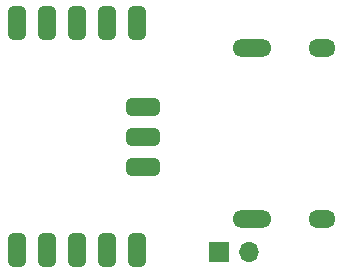
<source format=gbr>
%TF.GenerationSoftware,KiCad,Pcbnew,(6.0.7)*%
%TF.CreationDate,2022-09-16T05:20:12-07:00*%
%TF.ProjectId,dvi-sock,6476692d-736f-4636-9b2e-6b696361645f,rev?*%
%TF.SameCoordinates,Original*%
%TF.FileFunction,Soldermask,Bot*%
%TF.FilePolarity,Negative*%
%FSLAX46Y46*%
G04 Gerber Fmt 4.6, Leading zero omitted, Abs format (unit mm)*
G04 Created by KiCad (PCBNEW (6.0.7)) date 2022-09-16 05:20:12*
%MOMM*%
%LPD*%
G01*
G04 APERTURE LIST*
G04 Aperture macros list*
%AMRoundRect*
0 Rectangle with rounded corners*
0 $1 Rounding radius*
0 $2 $3 $4 $5 $6 $7 $8 $9 X,Y pos of 4 corners*
0 Add a 4 corners polygon primitive as box body*
4,1,4,$2,$3,$4,$5,$6,$7,$8,$9,$2,$3,0*
0 Add four circle primitives for the rounded corners*
1,1,$1+$1,$2,$3*
1,1,$1+$1,$4,$5*
1,1,$1+$1,$6,$7*
1,1,$1+$1,$8,$9*
0 Add four rect primitives between the rounded corners*
20,1,$1+$1,$2,$3,$4,$5,0*
20,1,$1+$1,$4,$5,$6,$7,0*
20,1,$1+$1,$6,$7,$8,$9,0*
20,1,$1+$1,$8,$9,$2,$3,0*%
G04 Aperture macros list end*
%ADD10O,1.700000X1.700000*%
%ADD11R,1.700000X1.700000*%
%ADD12RoundRect,0.381000X-0.381000X-1.019000X0.381000X-1.019000X0.381000X1.019000X-0.381000X1.019000X0*%
%ADD13C,0.600000*%
%ADD14RoundRect,0.381000X0.381000X1.019000X-0.381000X1.019000X-0.381000X-1.019000X0.381000X-1.019000X0*%
%ADD15RoundRect,0.381000X1.019000X-0.381000X1.019000X0.381000X-1.019000X0.381000X-1.019000X-0.381000X0*%
%ADD16O,2.300000X1.500000*%
%ADD17O,3.300000X1.500000*%
G04 APERTURE END LIST*
D10*
%TO.C,J5*%
X162440000Y-94800000D03*
D11*
X159900000Y-94800000D03*
%TD*%
D12*
%TO.C,J1*%
X153000000Y-94600000D03*
D13*
X153000000Y-95500000D03*
X150460000Y-95500000D03*
D12*
X150460000Y-94600000D03*
X147920000Y-94600000D03*
D13*
X147920000Y-95500000D03*
X145380000Y-95500000D03*
D12*
X145380000Y-94600000D03*
X142840000Y-94600000D03*
D13*
X142840000Y-95500000D03*
%TD*%
%TO.C,J2*%
X142840000Y-74500000D03*
D14*
X142840000Y-75400000D03*
X145380000Y-75400000D03*
D13*
X145380000Y-74500000D03*
D14*
X147920000Y-75400000D03*
D13*
X147920000Y-74500000D03*
X150460000Y-74500000D03*
D14*
X150460000Y-75400000D03*
X153000000Y-75400000D03*
D13*
X153000000Y-74500000D03*
%TD*%
D15*
%TO.C,J3*%
X153500000Y-82460000D03*
D13*
X154400000Y-82460000D03*
D15*
X153500000Y-85000000D03*
D13*
X154400000Y-85000000D03*
D15*
X153500000Y-87540000D03*
D13*
X154400000Y-87540000D03*
%TD*%
D16*
%TO.C,J4*%
X168657000Y-92000000D03*
X168657000Y-77500000D03*
D17*
X162697000Y-92000000D03*
X162697000Y-77500000D03*
%TD*%
M02*

</source>
